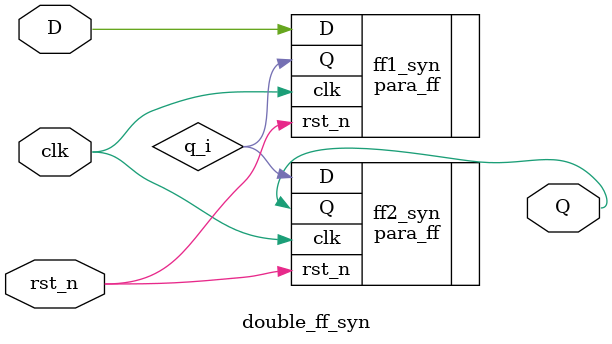
<source format=v>
module double_ff_syn (rst_n, clk, D, Q);
    parameter SIZE = 1;

    input rst_n, clk;
    input [SIZE-1:0] D;
    output [SIZE-1:0] Q;
    
    //intermediate wire
    wire [SIZE-1:0] q_i;

    //synchronizer
    para_ff #(.SIZE(SIZE)) ff1_syn (.rst_n(rst_n), .clk(clk), .D(D), .Q(q_i));
    para_ff #(.SIZE(SIZE)) ff2_syn (.rst_n(rst_n), .clk(clk), .D(q_i), .Q(Q));

endmodule


</source>
